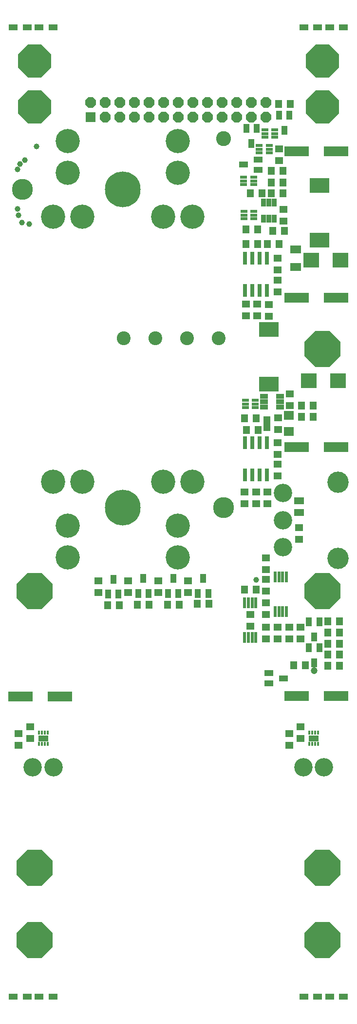
<source format=gts>
G04*
G04 #@! TF.GenerationSoftware,Altium Limited,Altium Designer,18.0.11 (651)*
G04*
G04 Layer_Color=8388736*
%FSLAX44Y44*%
%MOMM*%
G71*
G01*
G75*
%ADD37R,1.2192X1.4732*%
%ADD38R,1.1032X1.6032*%
%ADD39R,1.4732X1.2192*%
%ADD40R,1.7272X1.2192*%
%ADD41R,1.6032X1.1032*%
%ADD42R,1.3032X2.6032*%
%ADD43R,1.7032X1.5032*%
%ADD44R,1.6032X1.0632*%
%ADD45R,0.8032X2.2032*%
%ADD46R,4.2032X1.7032*%
%ADD47R,0.4200X0.6400*%
%ADD48R,1.7400X1.0400*%
%ADD49R,0.6232X1.9832*%
%ADD50R,2.7032X2.5032*%
%ADD51R,1.4032X0.9032*%
%ADD52R,1.2532X0.5532*%
%ADD53R,3.4032X2.6032*%
%ADD54R,0.9032X1.4032*%
%ADD55R,1.8542X1.4732*%
%ADD56C,4.2032*%
%ADD57C,2.4032*%
%ADD58P,6.1731X8X292.5*%
%ADD59C,1.0032*%
%ADD60C,6.2032*%
%ADD61C,3.6532*%
%ADD62C,2.6032*%
%ADD63P,6.7144X8X292.5*%
%ADD64P,1.9518X8X292.5*%
%ADD65R,1.8032X1.8032*%
%ADD66C,3.2032*%
%ADD67C,3.7032*%
%ADD68C,1.2032*%
D37*
X471160Y-1043000D02*
D03*
X450840D02*
D03*
X530160Y-987000D02*
D03*
X509840D02*
D03*
X530160Y-1044000D02*
D03*
X509840D02*
D03*
X530320Y-1025000D02*
D03*
X510000D02*
D03*
X509840Y-1006000D02*
D03*
X530160D02*
D03*
X509840Y-966750D02*
D03*
X530160D02*
D03*
X303160Y-937000D02*
D03*
X282840D02*
D03*
X147160Y-939000D02*
D03*
X126840D02*
D03*
X385160Y-912500D02*
D03*
X364840D02*
D03*
X463840Y-612000D02*
D03*
X484160D02*
D03*
X389000Y-635000D02*
D03*
X368680D02*
D03*
X364840Y-615000D02*
D03*
X385160D02*
D03*
X484160Y-593000D02*
D03*
X463840D02*
D03*
X425160Y-312500D02*
D03*
X404840D02*
D03*
X367340D02*
D03*
X387660D02*
D03*
X367340Y-287500D02*
D03*
X387660D02*
D03*
X434160Y-290000D02*
D03*
X413840D02*
D03*
X444160Y-70000D02*
D03*
X423840D02*
D03*
X411840Y-186000D02*
D03*
X432160D02*
D03*
X411840Y-206000D02*
D03*
X432160D02*
D03*
X411840Y-225000D02*
D03*
X432160D02*
D03*
X395160D02*
D03*
X374840D02*
D03*
X230840Y-938000D02*
D03*
X251160D02*
D03*
X178840D02*
D03*
X199160D02*
D03*
D38*
X495000Y-1013000D02*
D03*
X477000D02*
D03*
X486000Y-1039000D02*
D03*
X495000Y-968000D02*
D03*
X477000D02*
D03*
X486000Y-994000D02*
D03*
X284000Y-919000D02*
D03*
X302000D02*
D03*
X293000Y-893000D02*
D03*
X128000Y-920000D02*
D03*
X146000D02*
D03*
X137000Y-894000D02*
D03*
X434000Y-115000D02*
D03*
X425000Y-89000D02*
D03*
X443000D02*
D03*
X377000Y-138000D02*
D03*
X368000Y-112000D02*
D03*
X386000D02*
D03*
X241000Y-893000D02*
D03*
X250000Y-919000D02*
D03*
X232000D02*
D03*
X189000Y-893000D02*
D03*
X198000Y-919000D02*
D03*
X180000D02*
D03*
D39*
X460000Y-804840D02*
D03*
Y-825160D02*
D03*
X402500Y-977340D02*
D03*
Y-997660D02*
D03*
X423000Y-634160D02*
D03*
Y-613840D02*
D03*
X163000Y-896840D02*
D03*
Y-917160D02*
D03*
X267000Y-896840D02*
D03*
Y-917160D02*
D03*
X215000D02*
D03*
Y-896840D02*
D03*
X111000D02*
D03*
Y-917160D02*
D03*
X-27500Y-1182070D02*
D03*
Y-1161750D02*
D03*
X-7500Y-1149590D02*
D03*
Y-1169910D02*
D03*
X442500Y-1182160D02*
D03*
Y-1161840D02*
D03*
X462500Y-1149590D02*
D03*
Y-1169910D02*
D03*
X462500Y-977340D02*
D03*
Y-997660D02*
D03*
X442500Y-977340D02*
D03*
Y-997660D02*
D03*
X422500D02*
D03*
Y-977340D02*
D03*
X375000Y-975160D02*
D03*
Y-954840D02*
D03*
X402500Y-955320D02*
D03*
Y-935000D02*
D03*
Y-915000D02*
D03*
Y-894680D02*
D03*
Y-857340D02*
D03*
Y-877660D02*
D03*
X405000Y-762660D02*
D03*
Y-742340D02*
D03*
X385000Y-762660D02*
D03*
Y-742340D02*
D03*
X365000D02*
D03*
Y-762660D02*
D03*
X422500Y-677660D02*
D03*
Y-657340D02*
D03*
Y-715160D02*
D03*
Y-694840D02*
D03*
X444000Y-593160D02*
D03*
Y-572840D02*
D03*
X407500Y-417340D02*
D03*
Y-437660D02*
D03*
X367500Y-417180D02*
D03*
Y-437500D02*
D03*
X387340D02*
D03*
Y-417180D02*
D03*
X422500Y-375000D02*
D03*
Y-395320D02*
D03*
Y-337340D02*
D03*
Y-357660D02*
D03*
X432500Y-272660D02*
D03*
Y-252340D02*
D03*
X425000Y-147680D02*
D03*
Y-168000D02*
D03*
D40*
X460000Y-778000D02*
D03*
Y-757680D02*
D03*
D41*
X433000Y-1066000D02*
D03*
X407000Y-1075000D02*
D03*
Y-1057000D02*
D03*
X389000Y-184000D02*
D03*
Y-166000D02*
D03*
X363000Y-175000D02*
D03*
D42*
X403680Y-624000D02*
D03*
D43*
X441780Y-637970D02*
D03*
Y-610030D02*
D03*
D44*
X468000Y-1618000D02*
D03*
X492000D02*
D03*
X8000D02*
D03*
X32000D02*
D03*
X513000D02*
D03*
X537000D02*
D03*
X-13000D02*
D03*
X-37000D02*
D03*
X32000Y63000D02*
D03*
X8000D02*
D03*
X-13000D02*
D03*
X-37000D02*
D03*
X468000D02*
D03*
X492000D02*
D03*
X513000D02*
D03*
X537000D02*
D03*
D45*
X365950Y-712940D02*
D03*
X378650D02*
D03*
X391350D02*
D03*
X404050D02*
D03*
X365950Y-657060D02*
D03*
X378650D02*
D03*
X391350D02*
D03*
X404050D02*
D03*
Y-337060D02*
D03*
X391350D02*
D03*
X378650D02*
D03*
X365950D02*
D03*
X404050Y-392940D02*
D03*
X391350D02*
D03*
X378650D02*
D03*
X365950D02*
D03*
D46*
X-24290Y-1097500D02*
D03*
X44290D02*
D03*
X455710Y-1097000D02*
D03*
X524290D02*
D03*
X455710Y-665000D02*
D03*
X524290D02*
D03*
X455710Y-406000D02*
D03*
X524290D02*
D03*
Y-152000D02*
D03*
X455710D02*
D03*
D47*
X7500Y-1179500D02*
D03*
X12500D02*
D03*
X17500D02*
D03*
X22500D02*
D03*
Y-1160500D02*
D03*
X17500D02*
D03*
X12500D02*
D03*
X7500D02*
D03*
X477500D02*
D03*
X482500D02*
D03*
X487500D02*
D03*
X492500D02*
D03*
Y-1179500D02*
D03*
X487500D02*
D03*
X482500D02*
D03*
X477500D02*
D03*
D48*
X15000Y-1170000D02*
D03*
X485000D02*
D03*
D49*
X365250Y-995000D02*
D03*
X371750D02*
D03*
X378250D02*
D03*
X384750D02*
D03*
X365250Y-935000D02*
D03*
X371750D02*
D03*
X378250D02*
D03*
X384750D02*
D03*
X418250Y-950000D02*
D03*
X424750D02*
D03*
X431250D02*
D03*
X437750D02*
D03*
X418250Y-890000D02*
D03*
X424750D02*
D03*
X431250D02*
D03*
X437750D02*
D03*
D50*
X476600Y-550000D02*
D03*
X527400D02*
D03*
X480600Y-341000D02*
D03*
X531400D02*
D03*
D51*
X427000Y-595500D02*
D03*
X399000D02*
D03*
Y-586000D02*
D03*
Y-576500D02*
D03*
X427000D02*
D03*
Y-586000D02*
D03*
D52*
X366250Y-583500D02*
D03*
Y-590000D02*
D03*
Y-596500D02*
D03*
X383750Y-583500D02*
D03*
Y-596500D02*
D03*
Y-590000D02*
D03*
X363750Y-256000D02*
D03*
Y-262500D02*
D03*
Y-269000D02*
D03*
X381250Y-256000D02*
D03*
Y-269000D02*
D03*
Y-262500D02*
D03*
X400250Y-121000D02*
D03*
Y-114500D02*
D03*
Y-127500D02*
D03*
X417750Y-114500D02*
D03*
Y-121000D02*
D03*
Y-127500D02*
D03*
X363250Y-203000D02*
D03*
Y-196500D02*
D03*
Y-209500D02*
D03*
X380750Y-196500D02*
D03*
Y-203000D02*
D03*
Y-209500D02*
D03*
X407750Y-148000D02*
D03*
Y-154500D02*
D03*
Y-141500D02*
D03*
X390250Y-154500D02*
D03*
Y-148000D02*
D03*
Y-141500D02*
D03*
D53*
X407000Y-555500D02*
D03*
Y-460500D02*
D03*
X495000Y-306000D02*
D03*
Y-211000D02*
D03*
D54*
X398000Y-269000D02*
D03*
Y-241000D02*
D03*
X407500D02*
D03*
X417000D02*
D03*
Y-269000D02*
D03*
X407500D02*
D03*
D55*
X454000Y-352240D02*
D03*
Y-321760D02*
D03*
D56*
X274400Y-265200D02*
D03*
X223600D02*
D03*
X249000Y-189000D02*
D03*
Y-801400D02*
D03*
X274400Y-725200D02*
D03*
X223600D02*
D03*
X83400Y-265200D02*
D03*
X32600D02*
D03*
X58000Y-189000D02*
D03*
Y-801400D02*
D03*
X83400Y-725200D02*
D03*
X32600D02*
D03*
X249000Y-133800D02*
D03*
Y-856000D02*
D03*
X58000Y-133800D02*
D03*
Y-856000D02*
D03*
D57*
X209999Y-475999D02*
D03*
X155000Y-476000D02*
D03*
X319999Y-475999D02*
D03*
X265000Y-476000D02*
D03*
D58*
X0Y5000D02*
D03*
X500000Y-75000D02*
D03*
X0D02*
D03*
X500000Y5000D02*
D03*
D59*
X385000Y-895000D02*
D03*
X-9000Y-278000D02*
D03*
X-22000Y-275000D02*
D03*
X-28000Y-263000D02*
D03*
X-30000Y-252000D02*
D03*
X-17100Y-167000D02*
D03*
X3000Y-143000D02*
D03*
X-25100Y-173758D02*
D03*
X-30000Y-183000D02*
D03*
D60*
X153500Y-769900D02*
D03*
Y-217900D02*
D03*
D61*
X328550Y-769900D02*
D03*
X-21500Y-217900D02*
D03*
D62*
X328550Y-129900D02*
D03*
D63*
X0Y-1395000D02*
D03*
Y-1520000D02*
D03*
X500000Y-1395000D02*
D03*
Y-1520000D02*
D03*
Y-915000D02*
D03*
Y-495000D02*
D03*
X0Y-915000D02*
D03*
D64*
X402000Y-92400D02*
D03*
Y-67000D02*
D03*
X351200Y-92400D02*
D03*
Y-67000D02*
D03*
X376600Y-92400D02*
D03*
Y-67000D02*
D03*
X275000Y-92400D02*
D03*
Y-67000D02*
D03*
X249600D02*
D03*
Y-92400D02*
D03*
X224200Y-67000D02*
D03*
Y-92400D02*
D03*
X97200Y-67000D02*
D03*
X122600Y-92400D02*
D03*
Y-67000D02*
D03*
X148000Y-92400D02*
D03*
Y-67000D02*
D03*
X173400Y-92400D02*
D03*
Y-67000D02*
D03*
X198800Y-92400D02*
D03*
Y-67000D02*
D03*
X300400Y-92400D02*
D03*
Y-67000D02*
D03*
X325800Y-92400D02*
D03*
Y-67000D02*
D03*
D65*
X97200Y-92400D02*
D03*
D66*
X503000Y-1220000D02*
D03*
X467000D02*
D03*
X33000D02*
D03*
X-3000D02*
D03*
X432200Y-791450D02*
D03*
Y-838450D02*
D03*
Y-744450D02*
D03*
D67*
X527500Y-857500D02*
D03*
Y-725400D02*
D03*
D68*
X486000Y-1053000D02*
D03*
M02*

</source>
